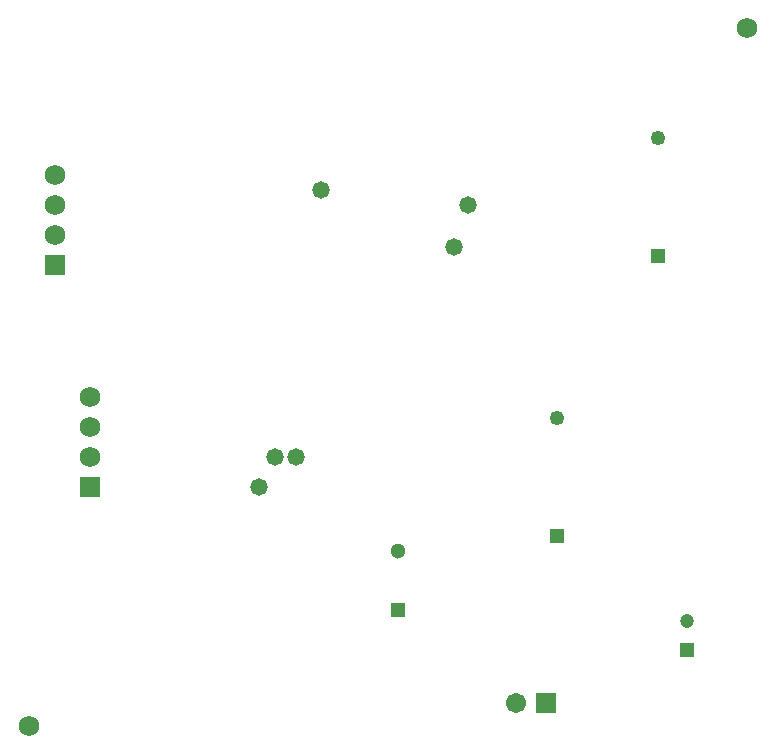
<source format=gbr>
G04*
G04 #@! TF.GenerationSoftware,Altium Limited,Altium Designer,22.4.2 (48)*
G04*
G04 Layer_Color=16711935*
%FSLAX25Y25*%
%MOIN*%
G70*
G04*
G04 #@! TF.SameCoordinates,897C8E4D-7720-40B5-A877-0FB78C4BABC8*
G04*
G04*
G04 #@! TF.FilePolarity,Negative*
G04*
G01*
G75*
%ADD20C,0.05118*%
%ADD21R,0.05118X0.05118*%
%ADD22C,0.06800*%
%ADD23C,0.04921*%
%ADD24R,0.04921X0.04921*%
%ADD25C,0.04724*%
%ADD26R,0.04724X0.04724*%
%ADD27R,0.06706X0.06706*%
%ADD28C,0.06706*%
%ADD29R,0.06902X0.06902*%
%ADD30C,0.06902*%
%ADD31C,0.05800*%
D20*
X439000Y343343D02*
D03*
D21*
Y323657D02*
D03*
D22*
X555500Y517500D02*
D03*
X316000Y285000D02*
D03*
D23*
X492000Y387685D02*
D03*
X525626Y480965D02*
D03*
D24*
X492000Y348315D02*
D03*
X525626Y441595D02*
D03*
D25*
X535500Y320000D02*
D03*
D26*
Y310158D02*
D03*
D27*
X488500Y292500D02*
D03*
D28*
X478500D02*
D03*
D29*
X336500Y364500D02*
D03*
X324626Y438780D02*
D03*
D30*
X336500Y374500D02*
D03*
Y384500D02*
D03*
Y394500D02*
D03*
X324626Y448780D02*
D03*
Y458780D02*
D03*
Y468780D02*
D03*
D31*
X413400Y463500D02*
D03*
X457700Y444500D02*
D03*
X462600Y458500D02*
D03*
X405000Y374600D02*
D03*
X392900Y364500D02*
D03*
X398100Y374500D02*
D03*
M02*

</source>
